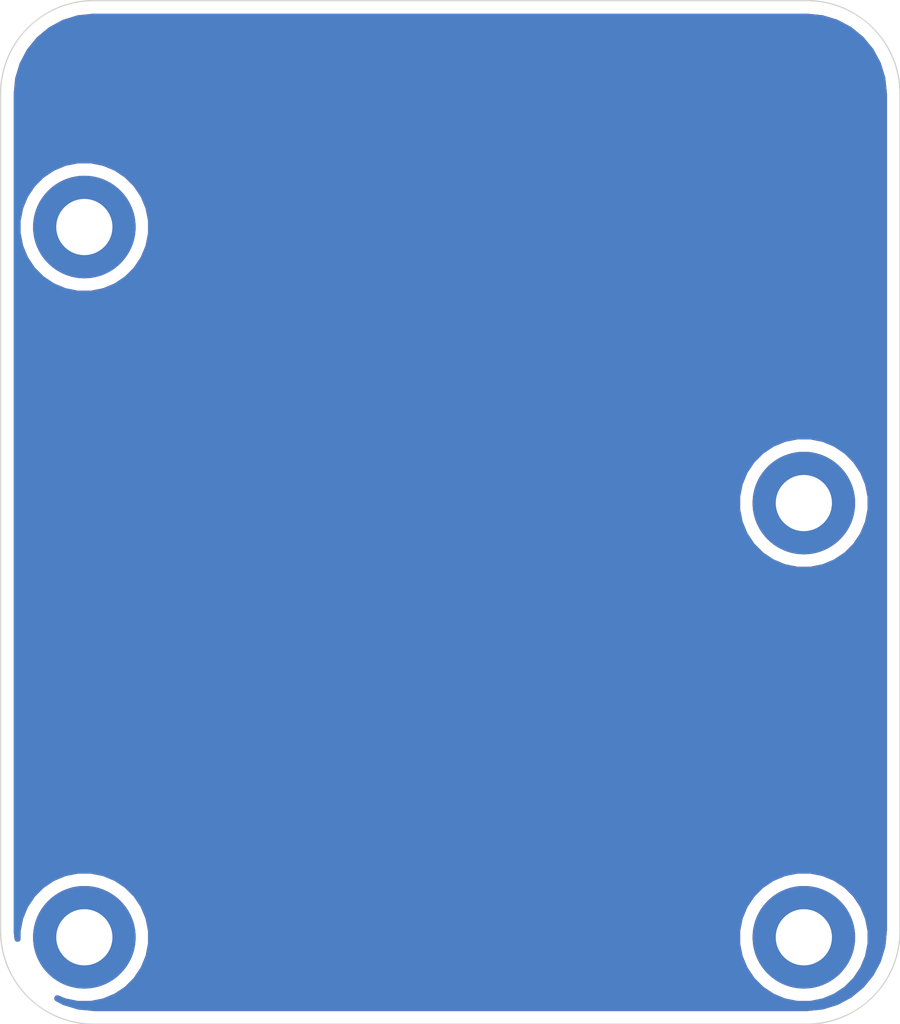
<source format=kicad_pcb>
(kicad_pcb (version 20171130) (host pcbnew "(5.1.7)-1")

  (general
    (thickness 1.6)
    (drawings 8)
    (tracks 0)
    (zones 0)
    (modules 4)
    (nets 1)
  )

  (page A4)
  (layers
    (0 F.Cu signal)
    (31 B.Cu signal)
    (32 B.Adhes user)
    (33 F.Adhes user)
    (34 B.Paste user)
    (35 F.Paste user)
    (36 B.SilkS user)
    (37 F.SilkS user)
    (38 B.Mask user)
    (39 F.Mask user)
    (40 Dwgs.User user)
    (41 Cmts.User user)
    (42 Eco1.User user)
    (43 Eco2.User user)
    (44 Edge.Cuts user)
    (45 Margin user)
    (46 B.CrtYd user)
    (47 F.CrtYd user)
    (48 B.Fab user)
    (49 F.Fab user)
  )

  (setup
    (last_trace_width 0.25)
    (user_trace_width 0.5)
    (trace_clearance 0.2)
    (zone_clearance 0.508)
    (zone_45_only no)
    (trace_min 0.2)
    (via_size 0.8)
    (via_drill 0.4)
    (via_min_size 0.4)
    (via_min_drill 0.3)
    (uvia_size 0.3)
    (uvia_drill 0.1)
    (uvias_allowed no)
    (uvia_min_size 0.2)
    (uvia_min_drill 0.1)
    (edge_width 0.05)
    (segment_width 0.2)
    (pcb_text_width 0.3)
    (pcb_text_size 1.5 1.5)
    (mod_edge_width 0.12)
    (mod_text_size 1 1)
    (mod_text_width 0.15)
    (pad_size 1.524 1.524)
    (pad_drill 0.762)
    (pad_to_mask_clearance 0)
    (aux_axis_origin 0 0)
    (visible_elements 7FFFFFFF)
    (pcbplotparams
      (layerselection 0x010f0_ffffffff)
      (usegerberextensions false)
      (usegerberattributes false)
      (usegerberadvancedattributes false)
      (creategerberjobfile false)
      (excludeedgelayer true)
      (linewidth 0.100000)
      (plotframeref false)
      (viasonmask false)
      (mode 1)
      (useauxorigin false)
      (hpglpennumber 1)
      (hpglpenspeed 20)
      (hpglpendiameter 15.000000)
      (psnegative false)
      (psa4output false)
      (plotreference true)
      (plotvalue false)
      (plotinvisibletext false)
      (padsonsilk true)
      (subtractmaskfromsilk false)
      (outputformat 1)
      (mirror false)
      (drillshape 0)
      (scaleselection 1)
      (outputdirectory "gerber/support_plate/"))
  )

  (net 0 "")

  (net_class Default "これはデフォルトのネット クラスです。"
    (clearance 0.2)
    (trace_width 0.25)
    (via_dia 0.8)
    (via_drill 0.4)
    (uvia_dia 0.3)
    (uvia_drill 0.1)
  )

  (module kbd:M2_Hole_TH (layer F.Cu) (tedit 5F7666C1) (tstamp 5FCD1D51)
    (at 159.639 72.644)
    (fp_text reference "" (at 0 0.5) (layer F.SilkS)
      (effects (font (size 1 1) (thickness 0.15)))
    )
    (fp_text value "" (at 0 -0.5) (layer F.Fab)
      (effects (font (size 1 1) (thickness 0.15)))
    )
    (pad "" thru_hole circle (at 0 0) (size 4.2 4.2) (drill 2.3) (layers *.Cu *.Mask))
  )

  (module kbd:M2_Hole_TH (layer F.Cu) (tedit 5F7666C1) (tstamp 5FCD1D49)
    (at 189.103 72.644)
    (fp_text reference "" (at 0 0.5) (layer F.SilkS)
      (effects (font (size 1 1) (thickness 0.15)))
    )
    (fp_text value "" (at 0 -0.5) (layer F.Fab)
      (effects (font (size 1 1) (thickness 0.15)))
    )
    (pad "" thru_hole circle (at 0 0) (size 4.2 4.2) (drill 2.3) (layers *.Cu *.Mask))
  )

  (module kbd:M2_Hole_TH (layer F.Cu) (tedit 5F7666C1) (tstamp 5FCD1D41)
    (at 189.103 54.864)
    (fp_text reference "" (at 0 0.5) (layer F.SilkS)
      (effects (font (size 1 1) (thickness 0.15)))
    )
    (fp_text value "" (at 0 -0.5) (layer F.Fab)
      (effects (font (size 1 1) (thickness 0.15)))
    )
    (pad "" thru_hole circle (at 0 0) (size 4.2 4.2) (drill 2.3) (layers *.Cu *.Mask))
  )

  (module kbd:M2_Hole_TH (layer F.Cu) (tedit 5F7666C1) (tstamp 5FCD1D11)
    (at 159.639 43.561)
    (fp_text reference "" (at 0 0.5) (layer F.SilkS)
      (effects (font (size 1 1) (thickness 0.15)))
    )
    (fp_text value "" (at 0 -0.5) (layer F.Fab)
      (effects (font (size 1 1) (thickness 0.15)))
    )
    (pad "" thru_hole circle (at 0 0) (size 4.2 4.2) (drill 2.3) (layers *.Cu *.Mask))
  )

  (gr_arc (start 160.02 38.1) (end 160.02 34.29) (angle -90) (layer Edge.Cuts) (width 0.05))
  (gr_arc (start 189.23 38.1) (end 193.04 38.1) (angle -90) (layer Edge.Cuts) (width 0.05))
  (gr_arc (start 189.23 72.39) (end 189.23 76.2) (angle -90) (layer Edge.Cuts) (width 0.05))
  (gr_arc (start 160.02 72.39) (end 156.21 72.39) (angle -90) (layer Edge.Cuts) (width 0.05))
  (gr_line (start 189.23 34.29) (end 160.02 34.29) (layer Edge.Cuts) (width 0.05))
  (gr_line (start 193.04 72.39) (end 193.04 38.1) (layer Edge.Cuts) (width 0.05))
  (gr_line (start 160.02 76.2) (end 189.23 76.2) (layer Edge.Cuts) (width 0.05))
  (gr_line (start 156.21 38.1) (end 156.21 72.39) (layer Edge.Cuts) (width 0.05))

  (zone (net 0) (net_name "") (layer F.Cu) (tstamp 5FCD79BE) (hatch edge 0.508)
    (connect_pads (clearance 0.508))
    (min_thickness 0.254)
    (fill yes (arc_segments 32) (thermal_gap 0.508) (thermal_bridge_width 0.508))
    (polygon
      (pts
        (xy 193.04 76.2) (xy 156.21 76.2) (xy 156.21 34.29) (xy 193.04 34.29)
      )
    )
    (filled_polygon
      (pts
        (xy 189.841222 35.013096) (xy 190.429164 35.190606) (xy 190.971436 35.478937) (xy 191.447364 35.867094) (xy 191.838845 36.340314)
        (xy 192.130951 36.880552) (xy 192.312563 37.467244) (xy 192.380001 38.108888) (xy 192.38 72.357721) (xy 192.316904 73.001221)
        (xy 192.139394 73.589164) (xy 191.851063 74.131436) (xy 191.462906 74.607364) (xy 190.989686 74.998845) (xy 190.449449 75.29095)
        (xy 189.862756 75.472563) (xy 189.22113 75.54) (xy 160.052279 75.54) (xy 159.408779 75.476904) (xy 158.820836 75.299394)
        (xy 158.531918 75.145774) (xy 158.84123 75.273895) (xy 159.369626 75.379) (xy 159.908374 75.379) (xy 160.43677 75.273895)
        (xy 160.934508 75.067725) (xy 161.382461 74.768413) (xy 161.763413 74.387461) (xy 162.062725 73.939508) (xy 162.268895 73.44177)
        (xy 162.374 72.913374) (xy 162.374 72.374626) (xy 186.368 72.374626) (xy 186.368 72.913374) (xy 186.473105 73.44177)
        (xy 186.679275 73.939508) (xy 186.978587 74.387461) (xy 187.359539 74.768413) (xy 187.807492 75.067725) (xy 188.30523 75.273895)
        (xy 188.833626 75.379) (xy 189.372374 75.379) (xy 189.90077 75.273895) (xy 190.398508 75.067725) (xy 190.846461 74.768413)
        (xy 191.227413 74.387461) (xy 191.526725 73.939508) (xy 191.732895 73.44177) (xy 191.838 72.913374) (xy 191.838 72.374626)
        (xy 191.732895 71.84623) (xy 191.526725 71.348492) (xy 191.227413 70.900539) (xy 190.846461 70.519587) (xy 190.398508 70.220275)
        (xy 189.90077 70.014105) (xy 189.372374 69.909) (xy 188.833626 69.909) (xy 188.30523 70.014105) (xy 187.807492 70.220275)
        (xy 187.359539 70.519587) (xy 186.978587 70.900539) (xy 186.679275 71.348492) (xy 186.473105 71.84623) (xy 186.368 72.374626)
        (xy 162.374 72.374626) (xy 162.268895 71.84623) (xy 162.062725 71.348492) (xy 161.763413 70.900539) (xy 161.382461 70.519587)
        (xy 160.934508 70.220275) (xy 160.43677 70.014105) (xy 159.908374 69.909) (xy 159.369626 69.909) (xy 158.84123 70.014105)
        (xy 158.343492 70.220275) (xy 157.895539 70.519587) (xy 157.514587 70.900539) (xy 157.215275 71.348492) (xy 157.009105 71.84623)
        (xy 156.904 72.374626) (xy 156.904 72.70462) (xy 156.87 72.38113) (xy 156.87 54.594626) (xy 186.368 54.594626)
        (xy 186.368 55.133374) (xy 186.473105 55.66177) (xy 186.679275 56.159508) (xy 186.978587 56.607461) (xy 187.359539 56.988413)
        (xy 187.807492 57.287725) (xy 188.30523 57.493895) (xy 188.833626 57.599) (xy 189.372374 57.599) (xy 189.90077 57.493895)
        (xy 190.398508 57.287725) (xy 190.846461 56.988413) (xy 191.227413 56.607461) (xy 191.526725 56.159508) (xy 191.732895 55.66177)
        (xy 191.838 55.133374) (xy 191.838 54.594626) (xy 191.732895 54.06623) (xy 191.526725 53.568492) (xy 191.227413 53.120539)
        (xy 190.846461 52.739587) (xy 190.398508 52.440275) (xy 189.90077 52.234105) (xy 189.372374 52.129) (xy 188.833626 52.129)
        (xy 188.30523 52.234105) (xy 187.807492 52.440275) (xy 187.359539 52.739587) (xy 186.978587 53.120539) (xy 186.679275 53.568492)
        (xy 186.473105 54.06623) (xy 186.368 54.594626) (xy 156.87 54.594626) (xy 156.87 43.291626) (xy 156.904 43.291626)
        (xy 156.904 43.830374) (xy 157.009105 44.35877) (xy 157.215275 44.856508) (xy 157.514587 45.304461) (xy 157.895539 45.685413)
        (xy 158.343492 45.984725) (xy 158.84123 46.190895) (xy 159.369626 46.296) (xy 159.908374 46.296) (xy 160.43677 46.190895)
        (xy 160.934508 45.984725) (xy 161.382461 45.685413) (xy 161.763413 45.304461) (xy 162.062725 44.856508) (xy 162.268895 44.35877)
        (xy 162.374 43.830374) (xy 162.374 43.291626) (xy 162.268895 42.76323) (xy 162.062725 42.265492) (xy 161.763413 41.817539)
        (xy 161.382461 41.436587) (xy 160.934508 41.137275) (xy 160.43677 40.931105) (xy 159.908374 40.826) (xy 159.369626 40.826)
        (xy 158.84123 40.931105) (xy 158.343492 41.137275) (xy 157.895539 41.436587) (xy 157.514587 41.817539) (xy 157.215275 42.265492)
        (xy 157.009105 42.76323) (xy 156.904 43.291626) (xy 156.87 43.291626) (xy 156.87 38.132279) (xy 156.933096 37.488778)
        (xy 157.110606 36.900836) (xy 157.398937 36.358564) (xy 157.787094 35.882636) (xy 158.260314 35.491155) (xy 158.800552 35.199049)
        (xy 159.387244 35.017437) (xy 160.028879 34.95) (xy 189.197721 34.95)
      )
    )
  )
  (zone (net 0) (net_name "") (layer B.Cu) (tstamp 5FCD79BB) (hatch edge 0.508)
    (connect_pads (clearance 0.508))
    (min_thickness 0.254)
    (fill yes (arc_segments 32) (thermal_gap 0.508) (thermal_bridge_width 0.508))
    (polygon
      (pts
        (xy 193.04 76.2) (xy 156.21 76.2) (xy 156.21 34.29) (xy 193.04 34.29)
      )
    )
    (filled_polygon
      (pts
        (xy 189.841222 35.013096) (xy 190.429164 35.190606) (xy 190.971436 35.478937) (xy 191.447364 35.867094) (xy 191.838845 36.340314)
        (xy 192.130951 36.880552) (xy 192.312563 37.467244) (xy 192.380001 38.108888) (xy 192.38 72.357721) (xy 192.316904 73.001221)
        (xy 192.139394 73.589164) (xy 191.851063 74.131436) (xy 191.462906 74.607364) (xy 190.989686 74.998845) (xy 190.449449 75.29095)
        (xy 189.862756 75.472563) (xy 189.22113 75.54) (xy 160.052279 75.54) (xy 159.408779 75.476904) (xy 158.820836 75.299394)
        (xy 158.531918 75.145774) (xy 158.84123 75.273895) (xy 159.369626 75.379) (xy 159.908374 75.379) (xy 160.43677 75.273895)
        (xy 160.934508 75.067725) (xy 161.382461 74.768413) (xy 161.763413 74.387461) (xy 162.062725 73.939508) (xy 162.268895 73.44177)
        (xy 162.374 72.913374) (xy 162.374 72.374626) (xy 186.368 72.374626) (xy 186.368 72.913374) (xy 186.473105 73.44177)
        (xy 186.679275 73.939508) (xy 186.978587 74.387461) (xy 187.359539 74.768413) (xy 187.807492 75.067725) (xy 188.30523 75.273895)
        (xy 188.833626 75.379) (xy 189.372374 75.379) (xy 189.90077 75.273895) (xy 190.398508 75.067725) (xy 190.846461 74.768413)
        (xy 191.227413 74.387461) (xy 191.526725 73.939508) (xy 191.732895 73.44177) (xy 191.838 72.913374) (xy 191.838 72.374626)
        (xy 191.732895 71.84623) (xy 191.526725 71.348492) (xy 191.227413 70.900539) (xy 190.846461 70.519587) (xy 190.398508 70.220275)
        (xy 189.90077 70.014105) (xy 189.372374 69.909) (xy 188.833626 69.909) (xy 188.30523 70.014105) (xy 187.807492 70.220275)
        (xy 187.359539 70.519587) (xy 186.978587 70.900539) (xy 186.679275 71.348492) (xy 186.473105 71.84623) (xy 186.368 72.374626)
        (xy 162.374 72.374626) (xy 162.268895 71.84623) (xy 162.062725 71.348492) (xy 161.763413 70.900539) (xy 161.382461 70.519587)
        (xy 160.934508 70.220275) (xy 160.43677 70.014105) (xy 159.908374 69.909) (xy 159.369626 69.909) (xy 158.84123 70.014105)
        (xy 158.343492 70.220275) (xy 157.895539 70.519587) (xy 157.514587 70.900539) (xy 157.215275 71.348492) (xy 157.009105 71.84623)
        (xy 156.904 72.374626) (xy 156.904 72.70462) (xy 156.87 72.38113) (xy 156.87 54.594626) (xy 186.368 54.594626)
        (xy 186.368 55.133374) (xy 186.473105 55.66177) (xy 186.679275 56.159508) (xy 186.978587 56.607461) (xy 187.359539 56.988413)
        (xy 187.807492 57.287725) (xy 188.30523 57.493895) (xy 188.833626 57.599) (xy 189.372374 57.599) (xy 189.90077 57.493895)
        (xy 190.398508 57.287725) (xy 190.846461 56.988413) (xy 191.227413 56.607461) (xy 191.526725 56.159508) (xy 191.732895 55.66177)
        (xy 191.838 55.133374) (xy 191.838 54.594626) (xy 191.732895 54.06623) (xy 191.526725 53.568492) (xy 191.227413 53.120539)
        (xy 190.846461 52.739587) (xy 190.398508 52.440275) (xy 189.90077 52.234105) (xy 189.372374 52.129) (xy 188.833626 52.129)
        (xy 188.30523 52.234105) (xy 187.807492 52.440275) (xy 187.359539 52.739587) (xy 186.978587 53.120539) (xy 186.679275 53.568492)
        (xy 186.473105 54.06623) (xy 186.368 54.594626) (xy 156.87 54.594626) (xy 156.87 43.291626) (xy 156.904 43.291626)
        (xy 156.904 43.830374) (xy 157.009105 44.35877) (xy 157.215275 44.856508) (xy 157.514587 45.304461) (xy 157.895539 45.685413)
        (xy 158.343492 45.984725) (xy 158.84123 46.190895) (xy 159.369626 46.296) (xy 159.908374 46.296) (xy 160.43677 46.190895)
        (xy 160.934508 45.984725) (xy 161.382461 45.685413) (xy 161.763413 45.304461) (xy 162.062725 44.856508) (xy 162.268895 44.35877)
        (xy 162.374 43.830374) (xy 162.374 43.291626) (xy 162.268895 42.76323) (xy 162.062725 42.265492) (xy 161.763413 41.817539)
        (xy 161.382461 41.436587) (xy 160.934508 41.137275) (xy 160.43677 40.931105) (xy 159.908374 40.826) (xy 159.369626 40.826)
        (xy 158.84123 40.931105) (xy 158.343492 41.137275) (xy 157.895539 41.436587) (xy 157.514587 41.817539) (xy 157.215275 42.265492)
        (xy 157.009105 42.76323) (xy 156.904 43.291626) (xy 156.87 43.291626) (xy 156.87 38.132279) (xy 156.933096 37.488778)
        (xy 157.110606 36.900836) (xy 157.398937 36.358564) (xy 157.787094 35.882636) (xy 158.260314 35.491155) (xy 158.800552 35.199049)
        (xy 159.387244 35.017437) (xy 160.028879 34.95) (xy 189.197721 34.95)
      )
    )
  )
)

</source>
